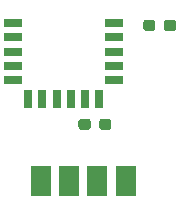
<source format=gbr>
G04 #@! TF.GenerationSoftware,KiCad,Pcbnew,(5.1.6)-1*
G04 #@! TF.CreationDate,2021-04-29T20:19:57-05:00*
G04 #@! TF.ProjectId,BEncoderBoard3(RN4871),42456e63-6f64-4657-9242-6f6172643328,rev?*
G04 #@! TF.SameCoordinates,Original*
G04 #@! TF.FileFunction,Paste,Top*
G04 #@! TF.FilePolarity,Positive*
%FSLAX46Y46*%
G04 Gerber Fmt 4.6, Leading zero omitted, Abs format (unit mm)*
G04 Created by KiCad (PCBNEW (5.1.6)-1) date 2021-04-29 20:19:57*
%MOMM*%
%LPD*%
G01*
G04 APERTURE LIST*
%ADD10R,1.800000X2.500000*%
%ADD11R,1.500000X0.700000*%
%ADD12R,0.700000X1.500000*%
G04 APERTURE END LIST*
G36*
G01*
X135845000Y-99043500D02*
X135845000Y-98568500D01*
G75*
G02*
X136082500Y-98331000I237500J0D01*
G01*
X136657500Y-98331000D01*
G75*
G02*
X136895000Y-98568500I0J-237500D01*
G01*
X136895000Y-99043500D01*
G75*
G02*
X136657500Y-99281000I-237500J0D01*
G01*
X136082500Y-99281000D01*
G75*
G02*
X135845000Y-99043500I0J237500D01*
G01*
G37*
G36*
G01*
X134095000Y-99043500D02*
X134095000Y-98568500D01*
G75*
G02*
X134332500Y-98331000I237500J0D01*
G01*
X134907500Y-98331000D01*
G75*
G02*
X135145000Y-98568500I0J-237500D01*
G01*
X135145000Y-99043500D01*
G75*
G02*
X134907500Y-99281000I-237500J0D01*
G01*
X134332500Y-99281000D01*
G75*
G02*
X134095000Y-99043500I0J237500D01*
G01*
G37*
D10*
X130893000Y-103632000D03*
X135693000Y-103632000D03*
X133293000Y-103632000D03*
X138093000Y-103632000D03*
G36*
G01*
X139570000Y-90661500D02*
X139570000Y-90186500D01*
G75*
G02*
X139807500Y-89949000I237500J0D01*
G01*
X140382500Y-89949000D01*
G75*
G02*
X140620000Y-90186500I0J-237500D01*
G01*
X140620000Y-90661500D01*
G75*
G02*
X140382500Y-90899000I-237500J0D01*
G01*
X139807500Y-90899000D01*
G75*
G02*
X139570000Y-90661500I0J237500D01*
G01*
G37*
G36*
G01*
X141320000Y-90661500D02*
X141320000Y-90186500D01*
G75*
G02*
X141557500Y-89949000I237500J0D01*
G01*
X142132500Y-89949000D01*
G75*
G02*
X142370000Y-90186500I0J-237500D01*
G01*
X142370000Y-90661500D01*
G75*
G02*
X142132500Y-90899000I-237500J0D01*
G01*
X141557500Y-90899000D01*
G75*
G02*
X141320000Y-90661500I0J237500D01*
G01*
G37*
D11*
X128592000Y-95036000D03*
X128592000Y-93836000D03*
X128592000Y-92636000D03*
X128592000Y-91436000D03*
X128592000Y-90236000D03*
X137092000Y-95036000D03*
X137092000Y-93836000D03*
X137092000Y-92636000D03*
X137092000Y-91436000D03*
X137092000Y-90236000D03*
D12*
X129842000Y-96686000D03*
X131042000Y-96686000D03*
X132242000Y-96686000D03*
X133442000Y-96686000D03*
X134642000Y-96686000D03*
X135842000Y-96686000D03*
M02*

</source>
